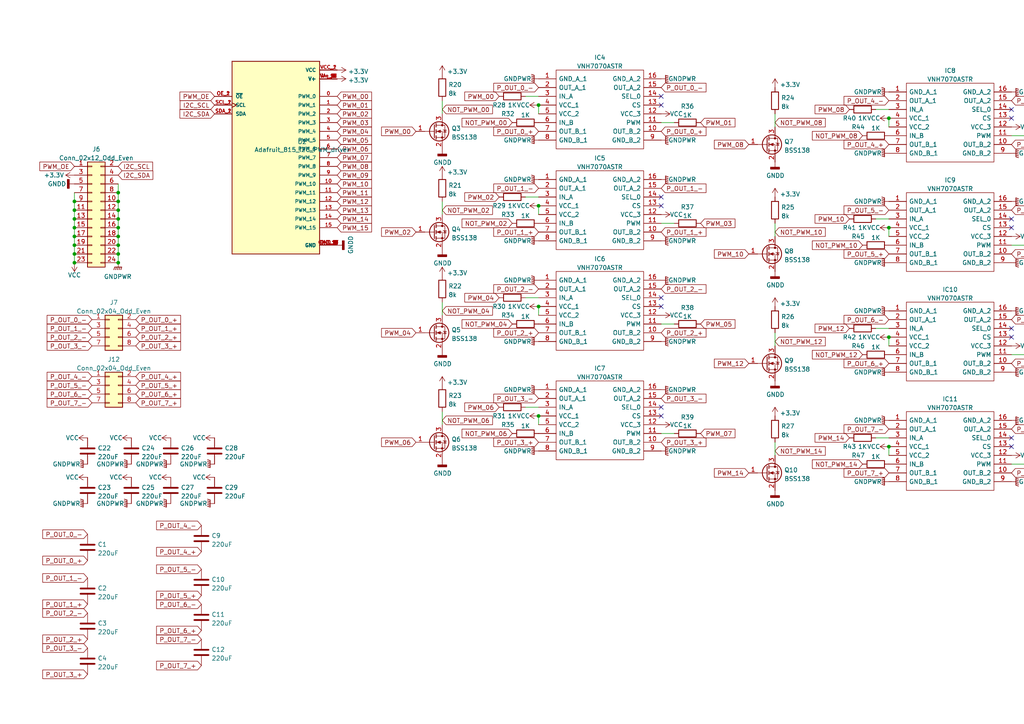
<source format=kicad_sch>
(kicad_sch (version 20230121) (generator eeschema)
  (paper "A4")
  (lib_symbols
    (symbol "Connector_Generic:Conn_02x04_Odd_Even" (pin_names (offset 1.016) hide)
      (property "Reference" "J" (at 1.27 5.08 0))
      (property "Value" "Conn_02x04_Odd_Even" (at 1.27 -7.62 0))
      (symbol "Conn_02x04_Odd_Even_1_1"
        (pin passive line (at -5.08 2.54 0) (length 3.81) (name "Pin_1") (number "1"))
        (pin passive line (at 7.62 2.54 180) (length 3.81) (name "Pin_2") (number "2"))
        (pin passive line (at -5.08 0 0) (length 3.81) (name "Pin_3") (number "3"))
        (pin passive line (at 7.62 0 180) (length 3.81) (name "Pin_4") (number "4"))
        (pin passive line (at -5.08 -2.54 0) (length 3.81) (name "Pin_5") (number "5"))
        (pin passive line (at 7.62 -2.54 180) (length 3.81) (name "Pin_6") (number "6"))
        (pin passive line (at -5.08 -5.08 0) (length 3.81) (name "Pin_7") (number "7"))
        (pin passive line (at 7.62 -5.08 180) (length 3.81) (name "Pin_8") (number "8"))
      )
    )
    (symbol "Connector_Generic:Conn_02x12_Odd_Even" (pin_names (offset 1.016) hide)
      (property "Reference" "J" (at 1.27 15.24 0))
      (property "Value" "Conn_02x12_Odd_Even" (at 1.27 -17.78 0))
      (symbol "Conn_02x12_Odd_Even_1_1"
        (pin passive line (at -5.08 12.7 0) (length 3.81) (name "Pin_1") (number "1"))
        (pin passive line (at 7.62 2.54 180) (length 3.81) (name "Pin_10") (number "10"))
        (pin passive line (at -5.08 0 0) (length 3.81) (name "Pin_11") (number "11"))
        (pin passive line (at 7.62 0 180) (length 3.81) (name "Pin_12") (number "12"))
        (pin passive line (at -5.08 -2.54 0) (length 3.81) (name "Pin_13") (number "13"))
        (pin passive line (at 7.62 -2.54 180) (length 3.81) (name "Pin_14") (number "14"))
        (pin passive line (at -5.08 -5.08 0) (length 3.81) (name "Pin_15") (number "15"))
        (pin passive line (at 7.62 -5.08 180) (length 3.81) (name "Pin_16") (number "16"))
        (pin passive line (at -5.08 -7.62 0) (length 3.81) (name "Pin_17") (number "17"))
        (pin passive line (at 7.62 -7.62 180) (length 3.81) (name "Pin_18") (number "18"))
        (pin passive line (at -5.08 -10.16 0) (length 3.81) (name "Pin_19") (number "19"))
        (pin passive line (at 7.62 12.7 180) (length 3.81) (name "Pin_2") (number "2"))
        (pin passive line (at 7.62 -10.16 180) (length 3.81) (name "Pin_20") (number "20"))
        (pin passive line (at -5.08 -12.7 0) (length 3.81) (name "Pin_21") (number "21"))
        (pin passive line (at 7.62 -12.7 180) (length 3.81) (name "Pin_22") (number "22"))
        (pin passive line (at -5.08 -15.24 0) (length 3.81) (name "Pin_23") (number "23"))
        (pin passive line (at 7.62 -15.24 180) (length 3.81) (name "Pin_24") (number "24"))
        (pin passive line (at -5.08 10.16 0) (length 3.81) (name "Pin_3") (number "3"))
        (pin passive line (at 7.62 10.16 180) (length 3.81) (name "Pin_4") (number "4"))
        (pin passive line (at -5.08 7.62 0) (length 3.81) (name "Pin_5") (number "5"))
        (pin passive line (at 7.62 7.62 180) (length 3.81) (name "Pin_6") (number "6"))
        (pin passive line (at -5.08 5.08 0) (length 3.81) (name "Pin_7") (number "7"))
        (pin passive line (at 7.62 5.08 180) (length 3.81) (name "Pin_8") (number "8"))
        (pin passive line (at -5.08 2.54 0) (length 3.81) (name "Pin_9") (number "9"))
      )
    )
    (symbol "Device:C" (pin_numbers hide) (pin_names (offset 0.254))
      (property "Reference" "C" (at 0.635 2.54 0))
      (property "Value" "C" (at 0.635 -2.54 0))
      (symbol "C_1_1"
        (pin passive line (at 0 3.81 270) (length 2.794) (name "~") (number "1"))
        (pin passive line (at 0 -3.81 90) (length 2.794) (name "~") (number "2"))
      )
    )
    (symbol "Device:R" (pin_numbers hide) (pin_names (offset 0))
      (property "Reference" "R" (at 2.032 0 90))
      (property "Value" "R" (at 0 0 90))
      (symbol "R_1_1"
        (pin passive line (at 0 3.81 270) (length 1.27) (name "~") (number "1"))
        (pin passive line (at 0 -3.81 90) (length 1.27) (name "~") (number "2"))
      )
    )
    (symbol "SCU-rig-control-rescue:815-Arduino" (pin_names (offset 1.016))
      (property "Reference" "U" (at -12.7 28.702 0))
      (property "Value" "815-Arduino" (at -12.7 -30.48 0))
      (symbol "815-Arduino_0_0"
        (pin output line (at 17.78 17.78 180) (length 5.08) (name "PWM_0") (number "0"))
        (pin output line (at 17.78 15.24 180) (length 5.08) (name "PWM_1") (number "1"))
        (pin output line (at 17.78 -7.62 180) (length 5.08) (name "PWM_10") (number "10"))
        (pin output line (at 17.78 -10.16 180) (length 5.08) (name "PWM_11") (number "11"))
        (pin output line (at 17.78 -12.7 180) (length 5.08) (name "PWM_12") (number "12"))
        (pin output line (at 17.78 -15.24 180) (length 5.08) (name "PWM_13") (number "13"))
        (pin output line (at 17.78 -17.78 180) (length 5.08) (name "PWM_14") (number "14"))
        (pin output line (at 17.78 -20.32 180) (length 5.08) (name "PWM_15") (number "15"))
        (pin output line (at 17.78 12.7 180) (length 5.08) (name "PWM_2") (number "2"))
        (pin output line (at 17.78 10.16 180) (length 5.08) (name "PWM_3") (number "3"))
        (pin output line (at 17.78 7.62 180) (length 5.08) (name "PWM_4") (number "4"))
        (pin output line (at 17.78 5.08 180) (length 5.08) (name "PWM_5") (number "5"))
        (pin output line (at 17.78 2.54 180) (length 5.08) (name "PWM_6") (number "6"))
        (pin output line (at 17.78 0 180) (length 5.08) (name "PWM_7") (number "7"))
        (pin output line (at 17.78 -2.54 180) (length 5.08) (name "PWM_8") (number "8"))
        (pin output line (at 17.78 -5.08 180) (length 5.08) (name "PWM_9") (number "9"))
        (pin power_in line (at 17.78 -25.4 180) (length 5.08) (name "GND") (number "GND_1"))
        (pin power_in line (at 17.78 -25.4 180) (length 5.08) (name "GND") (number "GND_10"))
        (pin power_in line (at 17.78 -25.4 180) (length 5.08) (name "GND") (number "GND_11"))
        (pin power_in line (at 17.78 -25.4 180) (length 5.08) (name "GND") (number "GND_12"))
        (pin power_in line (at 17.78 -25.4 180) (length 5.08) (name "GND") (number "GND_13"))
        (pin power_in line (at 17.78 -25.4 180) (length 5.08) (name "GND") (number "GND_14"))
        (pin power_in line (at 17.78 -25.4 180) (length 5.08) (name "GND") (number "GND_15"))
        (pin power_in line (at 17.78 -25.4 180) (length 5.08) (name "GND") (number "GND_16"))
        (pin power_in line (at 17.78 -25.4 180) (length 5.08) (name "GND") (number "GND_17"))
        (pin power_in line (at 17.78 -25.4 180) (length 5.08) (name "GND") (number "GND_18"))
        (pin power_in line (at 17.78 -25.4 180) (length 5.08) (name "GND") (number "GND_2"))
        (pin power_in line (at 17.78 -25.4 180) (length 5.08) (name "GND") (number "GND_3"))
        (pin power_in line (at 17.78 -25.4 180) (length 5.08) (name "GND") (number "GND_4"))
        (pin power_in line (at 17.78 -25.4 180) (length 5.08) (name "GND") (number "GND_5"))
        (pin power_in line (at 17.78 -25.4 180) (length 5.08) (name "GND") (number "GND_6"))
        (pin power_in line (at 17.78 -25.4 180) (length 5.08) (name "GND") (number "GND_7"))
        (pin power_in line (at 17.78 -25.4 180) (length 5.08) (name "GND") (number "GND_8"))
        (pin power_in line (at 17.78 -25.4 180) (length 5.08) (name "GND") (number "GND_9"))
        (pin input line (at -17.78 17.78 0) (length 5.08) (name "~{OE}") (number "OE_1"))
        (pin input line (at -17.78 17.78 0) (length 5.08) (name "~{OE}") (number "OE_2"))
        (pin input clock (at -17.78 15.24 0) (length 5.08) (name "SCL") (number "SCL_1"))
        (pin input clock (at -17.78 15.24 0) (length 5.08) (name "SCL") (number "SCL_2"))
        (pin bidirectional line (at -17.78 12.7 0) (length 5.08) (name "SDA") (number "SDA_1"))
        (pin bidirectional line (at -17.78 12.7 0) (length 5.08) (name "SDA") (number "SDA_2"))
        (pin power_in line (at 17.78 22.86 180) (length 5.08) (name "V+") (number "V+_1"))
        (pin power_in line (at 17.78 22.86 180) (length 5.08) (name "V+") (number "V+_10"))
        (pin power_in line (at 17.78 22.86 180) (length 5.08) (name "V+") (number "V+_11"))
        (pin power_in line (at 17.78 22.86 180) (length 5.08) (name "V+") (number "V+_12"))
        (pin power_in line (at 17.78 22.86 180) (length 5.08) (name "V+") (number "V+_13"))
        (pin power_in line (at 17.78 22.86 180) (length 5.08) (name "V+") (number "V+_14"))
        (pin power_in line (at 17.78 22.86 180) (length 5.08) (name "V+") (number "V+_15"))
        (pin power_in line (at 17.78 22.86 180) (length 5.08) (name "V+") (number "V+_16"))
        (pin power_in line (at 17.78 22.86 180) (length 5.08) (name "V+") (number "V+_17"))
        (pin power_in line (at 17.78 22.86 180) (length 5.08) (name "V+") (number "V+_18"))
        (pin power_in line (at 17.78 22.86 180) (length 5.08) (name "V+") (number "V+_2"))
        (pin power_in line (at 17.78 22.86 180) (length 5.08) (name "V+") (number "V+_3"))
        (pin power_in line (at 17.78 22.86 180) (length 5.08) (name "V+") (number "V+_4"))
        (pin power_in line (at 17.78 22.86 180) (length 5.08) (name "V+") (number "V+_5"))
        (pin power_in line (at 17.78 22.86 180) (length 5.08) (name "V+") (number "V+_6"))
        (pin power_in line (at 17.78 22.86 180) (length 5.08) (name "V+") (number "V+_7"))
        (pin power_in line (at 17.78 22.86 180) (length 5.08) (name "V+") (number "V+_8"))
        (pin power_in line (at 17.78 22.86 180) (length 5.08) (name "V+") (number "V+_9"))
        (pin power_in line (at 17.78 25.4 180) (length 5.08) (name "VCC") (number "VCC_1"))
        (pin power_in line (at 17.78 25.4 180) (length 5.08) (name "VCC") (number "VCC_2"))
      )
    )
    (symbol "SamacSys_Parts:VNH7070ASTR" (pin_names (offset 0.762))
      (property "Reference" "IC" (at 31.75 7.62 0))
      (property "Value" "VNH7070ASTR" (at 31.75 5.08 0))
      (symbol "VNH7070ASTR_0_0"
        (pin passive line (at 0 0 0) (length 5.08) (name "GND_A_1") (number "1"))
        (pin passive line (at 35.56 -15.24 180) (length 5.08) (name "OUT_B_2") (number "10"))
        (pin passive line (at 35.56 -12.7 180) (length 5.08) (name "PWM") (number "11"))
        (pin passive line (at 35.56 -10.16 180) (length 5.08) (name "VCC_3") (number "12"))
        (pin passive line (at 35.56 -7.62 180) (length 5.08) (name "CS") (number "13"))
        (pin passive line (at 35.56 -5.08 180) (length 5.08) (name "SEL_0") (number "14"))
        (pin passive line (at 35.56 -2.54 180) (length 5.08) (name "OUT_A_2") (number "15"))
        (pin passive line (at 35.56 0 180) (length 5.08) (name "GND_A_2") (number "16"))
        (pin passive line (at 0 -2.54 0) (length 5.08) (name "OUT_A_1") (number "2"))
        (pin passive line (at 0 -5.08 0) (length 5.08) (name "IN_A") (number "3"))
        (pin passive line (at 0 -7.62 0) (length 5.08) (name "VCC_1") (number "4"))
        (pin passive line (at 0 -10.16 0) (length 5.08) (name "VCC_2") (number "5"))
        (pin passive line (at 0 -12.7 0) (length 5.08) (name "IN_B") (number "6"))
        (pin passive line (at 0 -15.24 0) (length 5.08) (name "OUT_B_1") (number "7"))
        (pin passive line (at 0 -17.78 0) (length 5.08) (name "GND_B_1") (number "8"))
        (pin passive line (at 35.56 -17.78 180) (length 5.08) (name "GND_B_2") (number "9"))
      )
    )
    (symbol "Transistor_FET:BSS138" (pin_names hide)
      (property "Reference" "Q" (at 5.08 1.905 0))
      (property "Value" "BSS138" (at 5.08 0 0))
      (symbol "BSS138_1_1"
        (pin input line (at -5.08 0 0) (length 2.54) (name "G") (number "1"))
        (pin passive line (at 2.54 -5.08 90) (length 2.54) (name "S") (number "2"))
        (pin passive line (at 2.54 5.08 270) (length 2.54) (name "D") (number "3"))
      )
    )
    (symbol "power:+3.3V" (power) (pin_names (offset 0))
      (property "Value" "+3.3V" (at 0 3.556 0))
      (symbol "+3.3V_1_1"
        (pin power_in line (at 0 0 90) (length 0) hide (name "+3.3V") (number "1"))
      )
    )
    (symbol "power:GNDD" (power) (pin_names (offset 0))
      (property "Value" "GNDD" (at 0 -3.175 0))
      (symbol "GNDD_1_1"
        (pin power_in line (at 0 0 270) (length 0) hide (name "GNDD") (number "1"))
      )
    )
    (symbol "power:GNDPWR" (power) (pin_names (offset 0))
      (property "Value" "GNDPWR" (at 0 -3.302 0))
      (symbol "GNDPWR_1_1"
        (pin power_in line (at 0 0 270) (length 0) hide (name "GNDPWR") (number "1"))
      )
    )
    (symbol "power:VCC" (power) (pin_names (offset 0))
      (property "Value" "VCC" (at 0 3.81 0))
      (symbol "VCC_1_1"
        (pin power_in line (at 0 0 90) (length 0) hide (name "VCC") (number "1"))
      )
    )
  )
  (junction (at 21.59 73.66))
  (junction (at 156.21 59.69))
  (junction (at 156.21 30.48))
  (junction (at 21.59 71.12))
  (junction (at 34.29 73.66))
  (junction (at 34.29 68.58))
  (junction (at 257.81 97.79))
  (junction (at 34.29 66.04))
  (junction (at 21.59 68.58))
  (junction (at 34.29 63.5))
  (junction (at 34.29 55.88))
  (junction (at 257.81 66.04))
  (junction (at 21.59 66.04))
  (junction (at 34.29 71.12))
  (junction (at 156.21 88.9))
  (junction (at 34.29 60.96))
  (junction (at 21.59 58.42))
  (junction (at 257.81 34.29))
  (junction (at 34.29 58.42))
  (junction (at 21.59 63.5))
  (junction (at 156.21 120.65))
  (junction (at 21.59 76.2))
  (junction (at 257.81 129.54))
  (junction (at 21.59 60.96))
  (junction (at 34.29 76.2))
  (no_connect (at 191.77 30.48))
  (no_connect (at 191.77 27.94))
  (no_connect (at 191.77 86.36))
  (no_connect (at 191.77 88.9))
  (no_connect (at 191.77 118.11))
  (no_connect (at 191.77 120.65))
  (no_connect (at 191.77 57.15))
  (no_connect (at 191.77 59.69))
  (no_connect (at 293.37 31.75))
  (no_connect (at 293.37 34.29))
  (no_connect (at 293.37 63.5))
  (no_connect (at 293.37 66.04))
  (no_connect (at 293.37 127))
  (no_connect (at 293.37 129.54))
  (no_connect (at 293.37 95.25))
  (no_connect (at 293.37 97.79))
  (wire (pts (xy 257.81 129.54) (xy 257.81 132.08)))
  (wire (pts (xy 224.79 64.77) (xy 224.79 68.58)))
  (wire (pts (xy 152.4 118.11) (xy 156.21 118.11)))
  (wire (pts (xy 257.81 97.79) (xy 257.81 100.33)))
  (wire (pts (xy 21.59 66.04) (xy 21.59 68.58)))
  (wire (pts (xy 191.77 125.73) (xy 195.58 125.73)))
  (wire (pts (xy 128.27 119.38) (xy 128.27 123.19)))
  (wire (pts (xy 152.4 27.94) (xy 156.21 27.94)))
  (wire (pts (xy 156.21 120.65) (xy 156.21 123.19)))
  (wire (pts (xy 293.37 39.37) (xy 297.18 39.37)))
  (wire (pts (xy 128.27 87.63) (xy 128.27 91.44)))
  (wire (pts (xy 34.29 53.34) (xy 34.29 55.88)))
  (wire (pts (xy 152.4 86.36) (xy 156.21 86.36)))
  (wire (pts (xy 34.29 55.88) (xy 34.29 58.42)))
  (wire (pts (xy 293.37 134.62) (xy 297.18 134.62)))
  (wire (pts (xy 254 127) (xy 257.81 127)))
  (wire (pts (xy 34.29 58.42) (xy 34.29 60.96)))
  (wire (pts (xy 191.77 35.56) (xy 195.58 35.56)))
  (wire (pts (xy 254 63.5) (xy 257.81 63.5)))
  (wire (pts (xy 34.29 66.04) (xy 34.29 68.58)))
  (wire (pts (xy 293.37 71.12) (xy 297.18 71.12)))
  (wire (pts (xy 293.37 102.87) (xy 297.18 102.87)))
  (wire (pts (xy 21.59 58.42) (xy 21.59 60.96)))
  (wire (pts (xy 254 95.25) (xy 257.81 95.25)))
  (wire (pts (xy 34.29 73.66) (xy 34.29 76.2)))
  (wire (pts (xy 21.59 60.96) (xy 21.59 63.5)))
  (wire (pts (xy 21.59 71.12) (xy 21.59 73.66)))
  (wire (pts (xy 191.77 93.98) (xy 195.58 93.98)))
  (wire (pts (xy 156.21 30.48) (xy 156.21 33.02)))
  (wire (pts (xy 224.79 33.02) (xy 224.79 36.83)))
  (wire (pts (xy 128.27 58.42) (xy 128.27 62.23)))
  (wire (pts (xy 21.59 63.5) (xy 21.59 66.04)))
  (wire (pts (xy 21.59 73.66) (xy 21.59 76.2)))
  (wire (pts (xy 21.59 55.88) (xy 21.59 58.42)))
  (wire (pts (xy 21.59 68.58) (xy 21.59 71.12)))
  (wire (pts (xy 254 31.75) (xy 257.81 31.75)))
  (wire (pts (xy 156.21 59.69) (xy 156.21 62.23)))
  (wire (pts (xy 156.21 88.9) (xy 156.21 91.44)))
  (wire (pts (xy 34.29 71.12) (xy 34.29 73.66)))
  (wire (pts (xy 191.77 64.77) (xy 195.58 64.77)))
  (wire (pts (xy 152.4 57.15) (xy 156.21 57.15)))
  (wire (pts (xy 257.81 34.29) (xy 257.81 36.83)))
  (wire (pts (xy 34.29 63.5) (xy 34.29 66.04)))
  (wire (pts (xy 224.79 128.27) (xy 224.79 132.08)))
  (wire (pts (xy 34.29 68.58) (xy 34.29 71.12)))
  (wire (pts (xy 257.81 66.04) (xy 257.81 68.58)))
  (wire (pts (xy 224.79 96.52) (xy 224.79 100.33)))
  (wire (pts (xy 128.27 29.21) (xy 128.27 33.02)))
  (wire (pts (xy 34.29 60.96) (xy 34.29 63.5)))
  (global_label "PWM_11" (shape input) (at 304.8 71.12 0) (property "Intersheetrefs" "${INTERSHEET_REFS}" (effects hide)))
  (global_label "NOT_PWM_14" (shape input) (at 250.19 134.62 180) (property "Intersheetrefs" "${INTERSHEET_REFS}" (effects hide)))
  (global_label "P_OUT_1_+" (shape input) (at 39.37 95.25 0) (property "Intersheetrefs" "${INTERSHEET_REFS}" (effects hide)))
  (global_label "PWM_14" (shape input) (at 97.79 63.5 0) (property "Intersheetrefs" "${INTERSHEET_REFS}" (effects hide)))
  (global_label "P_OUT_4_-" (shape input) (at 58.42 152.4 180) (property "Intersheetrefs" "${INTERSHEET_REFS}" (effects hide)))
  (global_label "P_OUT_7_+" (shape input) (at 39.37 116.84 0) (property "Intersheetrefs" "${INTERSHEET_REFS}" (effects hide)))
  (global_label "NOT_PWM_08" (shape input) (at 250.19 39.37 180) (property "Intersheetrefs" "${INTERSHEET_REFS}" (effects hide)))
  (global_label "PWM_00" (shape input) (at 144.78 27.94 180) (property "Intersheetrefs" "${INTERSHEET_REFS}" (effects hide)))
  (global_label "P_OUT_6_+" (shape input) (at 293.37 105.41 0) (property "Intersheetrefs" "${INTERSHEET_REFS}" (effects hide)))
  (global_label "P_OUT_5_-" (shape input) (at 257.81 60.96 180) (property "Intersheetrefs" "${INTERSHEET_REFS}" (effects hide)))
  (global_label "P_OUT_1_+" (shape input) (at 156.21 67.31 180) (property "Intersheetrefs" "${INTERSHEET_REFS}" (effects hide)))
  (global_label "PWM_OE" (shape input) (at 62.23 27.94 180) (property "Intersheetrefs" "${INTERSHEET_REFS}" (effects hide)))
  (global_label "P_OUT_1_+" (shape input) (at 25.4 175.26 180) (property "Intersheetrefs" "${INTERSHEET_REFS}" (effects hide)))
  (global_label "P_OUT_0_+" (shape input) (at 39.37 92.71 0) (property "Intersheetrefs" "${INTERSHEET_REFS}" (effects hide)))
  (global_label "P_OUT_4_+" (shape input) (at 293.37 41.91 0) (property "Intersheetrefs" "${INTERSHEET_REFS}" (effects hide)))
  (global_label "P_OUT_2_+" (shape input) (at 156.21 96.52 180) (property "Intersheetrefs" "${INTERSHEET_REFS}" (effects hide)))
  (global_label "NOT_PWM_00" (shape input) (at 148.59 35.56 180) (property "Intersheetrefs" "${INTERSHEET_REFS}" (effects hide)))
  (global_label "P_OUT_6_-" (shape input) (at 58.42 175.26 180) (property "Intersheetrefs" "${INTERSHEET_REFS}" (effects hide)))
  (global_label "P_OUT_1_+" (shape input) (at 191.77 67.31 0) (property "Intersheetrefs" "${INTERSHEET_REFS}" (effects hide)))
  (global_label "PWM_10" (shape input) (at 246.38 63.5 180) (property "Intersheetrefs" "${INTERSHEET_REFS}" (effects hide)))
  (global_label "PWM_07" (shape input) (at 203.2 125.73 0) (property "Intersheetrefs" "${INTERSHEET_REFS}" (effects hide)))
  (global_label "PWM_12" (shape input) (at 246.38 95.25 180) (property "Intersheetrefs" "${INTERSHEET_REFS}" (effects hide)))
  (global_label "P_OUT_0_+" (shape input) (at 156.21 38.1 180) (property "Intersheetrefs" "${INTERSHEET_REFS}" (effects hide)))
  (global_label "NOT_PWM_12" (shape input) (at 250.19 102.87 180) (property "Intersheetrefs" "${INTERSHEET_REFS}" (effects hide)))
  (global_label "PWM_07" (shape input) (at 97.79 45.72 0) (property "Intersheetrefs" "${INTERSHEET_REFS}" (effects hide)))
  (global_label "PWM_04" (shape input) (at 120.65 96.52 180) (property "Intersheetrefs" "${INTERSHEET_REFS}" (effects hide)))
  (global_label "P_OUT_3_-" (shape input) (at 25.4 187.96 180) (property "Intersheetrefs" "${INTERSHEET_REFS}" (effects hide)))
  (global_label "PWM_09" (shape input) (at 304.8 39.37 0) (property "Intersheetrefs" "${INTERSHEET_REFS}" (effects hide)))
  (global_label "P_OUT_5_-" (shape input) (at 293.37 60.96 0) (property "Intersheetrefs" "${INTERSHEET_REFS}" (effects hide)))
  (global_label "PWM_05" (shape input) (at 97.79 40.64 0) (property "Intersheetrefs" "${INTERSHEET_REFS}" (effects hide)))
  (global_label "P_OUT_7_-" (shape input) (at 58.42 185.42 180) (property "Intersheetrefs" "${INTERSHEET_REFS}" (effects hide)))
  (global_label "PWM_06" (shape input) (at 97.79 43.18 0) (property "Intersheetrefs" "${INTERSHEET_REFS}" (effects hide)))
  (global_label "P_OUT_1_-" (shape input) (at 26.67 95.25 180) (property "Intersheetrefs" "${INTERSHEET_REFS}" (effects hide)))
  (global_label "P_OUT_7_+" (shape input) (at 293.37 137.16 0) (property "Intersheetrefs" "${INTERSHEET_REFS}" (effects hide)))
  (global_label "P_OUT_6_+" (shape input) (at 58.42 182.88 180) (property "Intersheetrefs" "${INTERSHEET_REFS}" (effects hide)))
  (global_label "P_OUT_6_-" (shape input) (at 293.37 92.71 0) (property "Intersheetrefs" "${INTERSHEET_REFS}" (effects hide)))
  (global_label "PWM_15" (shape input) (at 97.79 66.04 0) (property "Intersheetrefs" "${INTERSHEET_REFS}" (effects hide)))
  (global_label "PWM_09" (shape input) (at 97.79 50.8 0) (property "Intersheetrefs" "${INTERSHEET_REFS}" (effects hide)))
  (global_label "PWM_08" (shape input) (at 217.17 41.91 180) (property "Intersheetrefs" "${INTERSHEET_REFS}" (effects hide)))
  (global_label "PWM_02" (shape input) (at 97.79 33.02 0) (property "Intersheetrefs" "${INTERSHEET_REFS}" (effects hide)))
  (global_label "PWM_04" (shape input) (at 97.79 38.1 0) (property "Intersheetrefs" "${INTERSHEET_REFS}" (effects hide)))
  (global_label "P_OUT_6_+" (shape input) (at 257.81 105.41 180) (property "Intersheetrefs" "${INTERSHEET_REFS}" (effects hide)))
  (global_label "P_OUT_3_+" (shape input) (at 156.21 128.27 180) (property "Intersheetrefs" "${INTERSHEET_REFS}" (effects hide)))
  (global_label "PWM_06" (shape input) (at 120.65 128.27 180) (property "Intersheetrefs" "${INTERSHEET_REFS}" (effects hide)))
  (global_label "PWM_08" (shape input) (at 246.38 31.75 180) (property "Intersheetrefs" "${INTERSHEET_REFS}" (effects hide)))
  (global_label "P_OUT_5_+" (shape input) (at 293.37 73.66 0) (property "Intersheetrefs" "${INTERSHEET_REFS}" (effects hide)))
  (global_label "P_OUT_5_+" (shape input) (at 39.37 111.76 0) (property "Intersheetrefs" "${INTERSHEET_REFS}" (effects hide)))
  (global_label "PWM_08" (shape input) (at 97.79 48.26 0) (property "Intersheetrefs" "${INTERSHEET_REFS}" (effects hide)))
  (global_label "P_OUT_1_-" (shape input) (at 191.77 54.61 0) (property "Intersheetrefs" "${INTERSHEET_REFS}" (effects hide)))
  (global_label "PWM_00" (shape input) (at 97.79 27.94 0) (property "Intersheetrefs" "${INTERSHEET_REFS}" (effects hide)))
  (global_label "PWM_14" (shape input) (at 246.38 127 180) (property "Intersheetrefs" "${INTERSHEET_REFS}" (effects hide)))
  (global_label "P_OUT_7_+" (shape input) (at 58.42 193.04 180) (property "Intersheetrefs" "${INTERSHEET_REFS}" (effects hide)))
  (global_label "P_OUT_0_-" (shape input) (at 25.4 154.94 180) (property "Intersheetrefs" "${INTERSHEET_REFS}" (effects hide)))
  (global_label "P_OUT_6_-" (shape input) (at 26.67 114.3 180) (property "Intersheetrefs" "${INTERSHEET_REFS}" (effects hide)))
  (global_label "P_OUT_3_-" (shape input) (at 156.21 115.57 180) (property "Intersheetrefs" "${INTERSHEET_REFS}" (effects hide)))
  (global_label "NOT_PWM_10" (shape input) (at 250.19 71.12 180) (property "Intersheetrefs" "${INTERSHEET_REFS}" (effects hide)))
  (global_label "P_OUT_3_-" (shape input) (at 191.77 115.57 0) (property "Intersheetrefs" "${INTERSHEET_REFS}" (effects hide)))
  (global_label "PWM_13" (shape input) (at 97.79 60.96 0) (property "Intersheetrefs" "${INTERSHEET_REFS}" (effects hide)))
  (global_label "PWM_01" (shape input) (at 97.79 30.48 0) (property "Intersheetrefs" "${INTERSHEET_REFS}" (effects hide)))
  (global_label "P_OUT_4_+" (shape input) (at 257.81 41.91 180) (property "Intersheetrefs" "${INTERSHEET_REFS}" (effects hide)))
  (global_label "P_OUT_0_-" (shape input) (at 26.67 92.71 180) (property "Intersheetrefs" "${INTERSHEET_REFS}" (effects hide)))
  (global_label "NOT_PWM_14" (shape input) (at 224.79 130.81 0) (property "Intersheetrefs" "${INTERSHEET_REFS}" (effects hide)))
  (global_label "PWM_05" (shape input) (at 203.2 93.98 0) (property "Intersheetrefs" "${INTERSHEET_REFS}" (effects hide)))
  (global_label "P_OUT_5_-" (shape input) (at 26.67 111.76 180) (property "Intersheetrefs" "${INTERSHEET_REFS}" (effects hide)))
  (global_label "P_OUT_3_+" (shape input) (at 25.4 195.58 180) (property "Intersheetrefs" "${INTERSHEET_REFS}" (effects hide)))
  (global_label "NOT_PWM_00" (shape input) (at 128.27 31.75 0) (property "Intersheetrefs" "${INTERSHEET_REFS}" (effects hide)))
  (global_label "P_OUT_3_+" (shape input) (at 39.37 100.33 0) (property "Intersheetrefs" "${INTERSHEET_REFS}" (effects hide)))
  (global_label "P_OUT_2_-" (shape input) (at 26.67 97.79 180) (property "Intersheetrefs" "${INTERSHEET_REFS}" (effects hide)))
  (global_label "P_OUT_3_+" (shape input) (at 191.77 128.27 0) (property "Intersheetrefs" "${INTERSHEET_REFS}" (effects hide)))
  (global_label "P_OUT_4_-" (shape input) (at 257.81 29.21 180) (property "Intersheetrefs" "${INTERSHEET_REFS}" (effects hide)))
  (global_label "PWM_04" (shape input) (at 144.78 86.36 180) (property "Intersheetrefs" "${INTERSHEET_REFS}" (effects hide)))
  (global_label "P_OUT_5_+" (shape input) (at 257.81 73.66 180) (property "Intersheetrefs" "${INTERSHEET_REFS}" (effects hide)))
  (global_label "P_OUT_4_-" (shape input) (at 26.67 109.22 180) (property "Intersheetrefs" "${INTERSHEET_REFS}" (effects hide)))
  (global_label "P_OUT_7_-" (shape input) (at 26.67 116.84 180) (property "Intersheetrefs" "${INTERSHEET_REFS}" (effects hide)))
  (global_label "P_OUT_0_-" (shape input) (at 156.21 25.4 180) (property "Intersheetrefs" "${INTERSHEET_REFS}" (effects hide)))
  (global_label "P_OUT_4_-" (shape input) (at 293.37 29.21 0) (property "Intersheetrefs" "${INTERSHEET_REFS}" (effects hide)))
  (global_label "PWM_13" (shape input) (at 304.8 102.87 0) (property "Intersheetrefs" "${INTERSHEET_REFS}" (effects hide)))
  (global_label "P_OUT_5_-" (shape input) (at 58.42 165.1 180) (property "Intersheetrefs" "${INTERSHEET_REFS}" (effects hide)))
  (global_label "P_OUT_2_+" (shape input) (at 191.77 96.52 0) (property "Intersheetrefs" "${INTERSHEET_REFS}" (effects hide)))
  (global_label "P_OUT_5_+" (shape input) (at 58.42 172.72 180) (property "Intersheetrefs" "${INTERSHEET_REFS}" (effects hide)))
  (global_label "PWM_12" (shape input) (at 217.17 105.41 180) (property "Intersheetrefs" "${INTERSHEET_REFS}" (effects hide)))
  (global_label "PWM_02" (shape input) (at 120.65 67.31 180) (property "Intersheetrefs" "${INTERSHEET_REFS}" (effects hide)))
  (global_label "NOT_PWM_04" (shape input) (at 148.59 93.98 180) (property "Intersheetrefs" "${INTERSHEET_REFS}" (effects hide)))
  (global_label "P_OUT_1_-" (shape input) (at 156.21 54.61 180) (property "Intersheetrefs" "${INTERSHEET_REFS}" (effects hide)))
  (global_label "PWM_11" (shape input) (at 97.79 55.88 0) (property "Intersheetrefs" "${INTERSHEET_REFS}" (effects hide)))
  (global_label "NOT_PWM_12" (shape input) (at 224.79 99.06 0) (property "Intersheetrefs" "${INTERSHEET_REFS}" (effects hide)))
  (global_label "P_OUT_6_-" (shape input) (at 257.81 92.71 180) (property "Intersheetrefs" "${INTERSHEET_REFS}" (effects hide)))
  (global_label "P_OUT_4_+" (shape input) (at 39.37 109.22 0) (property "Intersheetrefs" "${INTERSHEET_REFS}" (effects hide)))
  (global_label "NOT_PWM_10" (shape input) (at 224.79 67.31 0) (property "Intersheetrefs" "${INTERSHEET_REFS}" (effects hide)))
  (global_label "PWM_01" (shape input) (at 203.2 35.56 0) (property "Intersheetrefs" "${INTERSHEET_REFS}" (effects hide)))
  (global_label "P_OUT_3_-" (shape input) (at 26.67 100.33 180) (property "Intersheetrefs" "${INTERSHEET_REFS}" (effects hide)))
  (global_label "P_OUT_2_-" (shape input) (at 191.77 83.82 0) (property "Intersheetrefs" "${INTERSHEET_REFS}" (effects hide)))
  (global_label "P_OUT_0_+" (shape input) (at 191.77 38.1 0) (property "Intersheetrefs" "${INTERSHEET_REFS}" (effects hide)))
  (global_label "P_OUT_1_-" (shape input) (at 25.4 167.64 180) (property "Intersheetrefs" "${INTERSHEET_REFS}" (effects hide)))
  (global_label "P_OUT_7_-" (shape input) (at 257.81 124.46 180) (property "Intersheetrefs" "${INTERSHEET_REFS}" (effects hide)))
  (global_label "PWM_00" (shape input) (at 120.65 38.1 180) (property "Intersheetrefs" "${INTERSHEET_REFS}" (effects hide)))
  (global_label "NOT_PWM_08" (shape input) (at 224.79 35.56 0) (property "Intersheetrefs" "${INTERSHEET_REFS}" (effects hide)))
  (global_label "P_OUT_0_-" (shape input) (at 191.77 25.4 0) (property "Intersheetrefs" "${INTERSHEET_REFS}" (effects hide)))
  (global_label "NOT_PWM_02" (shape input) (at 128.27 60.96 0) (property "Intersheetrefs" "${INTERSHEET_REFS}" (effects hide)))
  (global_label "P_OUT_7_+" (shape input) (at 257.81 137.16 180) (property "Intersheetrefs" "${INTERSHEET_REFS}" (effects hide)))
  (global_label "P_OUT_2_+" (shape input) (at 25.4 185.42 180) (property "Intersheetrefs" "${INTERSHEET_REFS}" (effects hide)))
  (global_label "PWM_06" (shape input) (at 144.78 118.11 180) (property "Intersheetrefs" "${INTERSHEET_REFS}" (effects hide)))
  (global_label "PWM_15" (shape input) (at 304.8 134.62 0) (property "Intersheetrefs" "${INTERSHEET_REFS}" (effects hide)))
  (global_label "I2C_SDA" (shape input) (at 62.23 33.02 180) (property "Intersheetrefs" "${INTERSHEET_REFS}" (effects hide)))
  (global_label "I2C_SDA" (shape input) (at 34.29 50.8 0) (property "Intersheetrefs" "${INTERSHEET_REFS}" (effects hide)))
  (global_label "NOT_PWM_04" (shape input) (at 128.27 90.17 0) (property "Intersheetrefs" "${INTERSHEET_REFS}" (effects hide)))
  (global_label "I2C_SCL" (shape input) (at 62.23 30.48 180) (property "Intersheetrefs" "${INTERSHEET_REFS}" (effects hide)))
  (global_label "P_OUT_2_-" (shape input) (at 25.4 177.8 180) (property "Intersheetrefs" "${INTERSHEET_REFS}" (effects hide)))
  (global_label "P_OUT_2_-" (shape input) (at 156.21 83.82 180) (property "Intersheetrefs" "${INTERSHEET_REFS}" (effects hide)))
  (global_label "PWM_OE" (shape input) (at 21.59 48.26 180) (property "Intersheetrefs" "${INTERSHEET_REFS}" (effects hide)))
  (global_label "NOT_PWM_02" (shape input) (at 148.59 64.77 180) (property "Intersheetrefs" "${INTERSHEET_REFS}" (effects hide)))
  (global_label "P_OUT_6_+" (shape input) (at 39.37 114.3 0) (property "Intersheetrefs" "${INTERSHEET_REFS}" (effects hide)))
  (global_label "PWM_03" (shape input) (at 203.2 64.77 0) (property "Intersheetrefs" "${INTERSHEET_REFS}" (effects hide)))
  (global_label "PWM_10" (shape input) (at 97.79 53.34 0) (property "Intersheetrefs" "${INTERSHEET_REFS}" (effects hide)))
  (global_label "PWM_10" (shape input) (at 217.17 73.66 180) (property "Intersheetrefs" "${INTERSHEET_REFS}" (effects hide)))
  (global_label "PWM_03" (shape input) (at 97.79 35.56 0) (property "Intersheetrefs" "${INTERSHEET_REFS}" (effects hide)))
  (global_label "P_OUT_4_+" (shape input) (at 58.42 160.02 180) (property "Intersheetrefs" "${INTERSHEET_REFS}" (effects hide)))
  (global_label "P_OUT_0_+" (shape input) (at 25.4 162.56 180) (property "Intersheetrefs" "${INTERSHEET_REFS}" (effects hide)))
  (global_label "P_OUT_7_-" (shape input) (at 293.37 124.46 0) (property "Intersheetrefs" "${INTERSHEET_REFS}" (effects hide)))
  (global_label "NOT_PWM_06" (shape input) (at 128.27 121.92 0) (property "Intersheetrefs" "${INTERSHEET_REFS}" (effects hide)))
  (global_label "PWM_12" (shape input) (at 97.79 58.42 0) (property "Intersheetrefs" "${INTERSHEET_REFS}" (effects hide)))
  (global_label "P_OUT_2_+" (shape input) (at 39.37 97.79 0) (property "Intersheetrefs" "${INTERSHEET_REFS}" (effects hide)))
  (global_label "PWM_02" (shape input) (at 144.78 57.15 180) (property "Intersheetrefs" "${INTERSHEET_REFS}" (effects hide)))
  (global_label "NOT_PWM_06" (shape input) (at 148.59 125.73 180) (property "Intersheetrefs" "${INTERSHEET_REFS}" (effects hide)))
  (global_label "I2C_SCL" (shape input) (at 34.29 48.26 0) (property "Intersheetrefs" "${INTERSHEET_REFS}" (effects hide)))
  (global_label "PWM_14" (shape input) (at 217.17 137.16 180) (property "Intersheetrefs" "${INTERSHEET_REFS}" (effects hide)))
  (symbol (lib_id "Transistor_FET:BSS138") (at 222.25 73.66 0) (unit 1)
    (property "Reference" "Q8" (at 227.457 72.8253 0) (effects (justify left)))
    (property "Value" "BSS138" (at 227.457 75.3622 0) (effects (justify left)))
    (property "Footprint" "Package_TO_SOT_SMD:SOT-23" (effects hide))
    (property "Datasheet" "https://www.onsemi.com/pub/Collateral/BSS138-D.PDF" (effects hide))
  )
  (symbol (lib_id "Device:R") (at 300.99 102.87 90) (unit 1)
    (property "Reference" "R50" (at 300.99 98.1542 90))
    (property "Value" "1K" (at 300.99 100.6911 90))
    (property "Footprint" "Resistor_SMD:R_0603_1608Metric_Pad0.98x0.95mm_HandSolder" (effects hide))
  )
  (symbol (lib_id "Device:R") (at 199.39 125.73 90) (unit 1)
    (property "Reference" "R39" (at 199.39 121.0142 90))
    (property "Value" "1K" (at 199.39 123.5511 90))
    (property "Footprint" "Resistor_SMD:R_0603_1608Metric_Pad0.98x0.95mm_HandSolder" (effects hide))
  )
  (symbol (lib_id "SamacSys_Parts:VNH7070ASTR") (at 257.81 121.92 0) (unit 1)
    (property "Reference" "IC11" (at 275.59 115.731 0))
    (property "Value" "VNH7070ASTR" (at 275.59 118.2679 0))
    (property "Footprint" "SamacSys_Parts:SOIC127P600X175-16N-layout" (effects hide))
    (property "Datasheet" "http://www.st.com/content/ccc/resource/technical/document/datasheet/08/97/0a/0c/cf/4b/41/40/DM00213876.pdf/files/DM00213876.pdf/jcr:content/translations/en.DM00213876.pdf" (effects hide))
    (property "Description" "Motor / Motion / Ignition Controllers & Drivers" (effects hide))
    (property "Height" "1.75" (effects hide))
    (property "Mouser Part Number" "511-VNH7070ASTR" (effects hide))
    (property "Mouser Price/Stock" "https://www.mouser.co.uk/ProductDetail/STMicroelectronics/VNH7070ASTR?qs=mKNKSX85ZJe3m6X6ucY7IA%3D%3D" (effects hide))
    (property "Manufacturer_Name" "STMicroelectronics" (effects hide))
    (property "Manufacturer_Part_Number" "VNH7070ASTR" (effects hide))
  )
  (symbol (lib_id "power:GNDPWR") (at 156.21 69.85 270) (unit 1)
    (property "Reference" "#PWR0208" (effects hide))
    (property "Value" "GNDPWR" (at 146.05 69.85 90) (effects (justify left)))
  )
  (symbol (lib_id "Device:R") (at 199.39 35.56 90) (unit 1)
    (property "Reference" "R36" (at 199.39 30.8442 90))
    (property "Value" "1K" (at 199.39 33.3811 90))
    (property "Footprint" "Resistor_SMD:R_0603_1608Metric_Pad0.98x0.95mm_HandSolder" (effects hide))
  )
  (symbol (lib_id "Device:R") (at 152.4 93.98 90) (unit 1)
    (property "Reference" "R34" (at 147.32 91.44 90))
    (property "Value" "1K" (at 152.4 91.8011 90))
    (property "Footprint" "Resistor_SMD:R_0603_1608Metric_Pad0.98x0.95mm_HandSolder" (effects hide))
  )
  (symbol (lib_id "power:GNDPWR") (at 191.77 40.64 90) (unit 1)
    (property "Reference" "#PWR0157" (effects hide))
    (property "Value" "GNDPWR" (at 201.93 40.64 90) (effects (justify left)))
  )
  (symbol (lib_id "Device:R") (at 254 102.87 90) (unit 1)
    (property "Reference" "R46" (at 248.92 100.33 90))
    (property "Value" "1K" (at 254 100.6911 90))
    (property "Footprint" "Resistor_SMD:R_0603_1608Metric_Pad0.98x0.95mm_HandSolder" (effects hide))
  )
  (symbol (lib_id "Device:R") (at 300.99 134.62 90) (unit 1)
    (property "Reference" "R51" (at 300.99 129.9042 90))
    (property "Value" "1K" (at 300.99 132.4411 90))
    (property "Footprint" "Resistor_SMD:R_0603_1608Metric_Pad0.98x0.95mm_HandSolder" (effects hide))
  )
  (symbol (lib_id "Device:R") (at 148.59 118.11 90) (unit 1)
    (property "Reference" "R31" (at 144.78 120.65 90))
    (property "Value" "1K" (at 148.59 120.65 90))
    (property "Footprint" "Resistor_SMD:R_0603_1608Metric_Pad0.98x0.95mm_HandSolder" (effects hide))
  )
  (symbol (lib_id "Device:C") (at 58.42 179.07 0) (unit 1)
    (property "Reference" "C11" (at 61.341 178.2353 0) (effects (justify left)))
    (property "Value" "220uF" (at 61.341 180.7722 0) (effects (justify left)))
    (property "Footprint" "Capacitor_THT:CP_Radial_D5.0mm_P2.50mm" (effects hide))
  )
  (symbol (lib_id "Device:R") (at 152.4 35.56 90) (unit 1)
    (property "Reference" "R32" (at 147.32 33.02 90))
    (property "Value" "1K" (at 152.4 33.3811 90))
    (property "Footprint" "Resistor_SMD:R_0603_1608Metric_Pad0.98x0.95mm_HandSolder" (effects hide))
  )
  (symbol (lib_id "power:GNDD") (at 21.59 53.34 270) (unit 1)
    (property "Reference" "#PWR0199" (effects hide))
    (property "Value" "GNDD" (at 16.51 53.34 90))
  )
  (symbol (lib_id "Connector_Generic:Conn_02x12_Odd_Even") (at 26.67 60.96 0) (unit 1)
    (property "Reference" "J6" (at 27.94 43.2902 0))
    (property "Value" "Conn_02x12_Odd_Even" (at 27.94 45.8271 0))
    (property "Footprint" "SamacSys_Parts:TE-5530843-1-2x12_edge_connector" (effects hide))
  )
  (symbol (lib_id "Device:R") (at 128.27 115.57 180) (unit 1)
    (property "Reference" "R23" (at 130.048 114.7353 0) (effects (justify right)))
    (property "Value" "8k" (at 130.048 117.2722 0) (effects (justify right)))
    (property "Footprint" "Resistor_SMD:R_0603_1608Metric_Pad0.98x0.95mm_HandSolder" (effects hide))
  )
  (symbol (lib_id "Transistor_FET:BSS138") (at 125.73 38.1 0) (unit 1)
    (property "Reference" "Q3" (at 130.937 37.2653 0) (effects (justify left)))
    (property "Value" "BSS138" (at 130.937 39.8022 0) (effects (justify left)))
    (property "Footprint" "Package_TO_SOT_SMD:SOT-23" (effects hide))
    (property "Datasheet" "https://www.onsemi.com/pub/Collateral/BSS138-D.PDF" (effects hide))
  )
  (symbol (lib_id "power:VCC") (at 62.23 138.43 90) (unit 1)
    (property "Reference" "#PWR0218" (effects hide))
    (property "Value" "VCC" (at 55.88 138.43 90) (effects (justify right)))
  )
  (symbol (lib_id "Device:C") (at 58.42 156.21 0) (unit 1)
    (property "Reference" "C9" (at 61.341 155.3753 0) (effects (justify left)))
    (property "Value" "220uF" (at 61.341 157.9122 0) (effects (justify left)))
    (property "Footprint" "Capacitor_THT:CP_Radial_D5.0mm_P2.50mm" (effects hide))
  )
  (symbol (lib_id "power:GNDD") (at 128.27 72.39 0) (unit 1)
    (property "Reference" "#PWR0211" (effects hide))
    (property "Value" "GNDD" (at 128.3716 76.327 0))
  )
  (symbol (lib_id "power:GNDPWR") (at 25.4 146.05 270) (unit 1)
    (property "Reference" "#PWR0223" (effects hide))
    (property "Value" "GNDPWR" (at 15.24 146.05 90) (effects (justify left)))
  )
  (symbol (lib_id "Device:C") (at 25.4 158.75 0) (unit 1)
    (property "Reference" "C1" (at 28.321 157.9153 0) (effects (justify left)))
    (property "Value" "220uF" (at 28.321 160.4522 0) (effects (justify left)))
    (property "Footprint" "Capacitor_THT:CP_Radial_D5.0mm_P2.50mm" (effects hide))
  )
  (symbol (lib_id "power:GNDD") (at 128.27 101.6 0) (unit 1)
    (property "Reference" "#PWR0193" (effects hide))
    (property "Value" "GNDD" (at 128.3716 105.537 0))
  )
  (symbol (lib_id "power:GNDD") (at 224.79 78.74 0) (unit 1)
    (property "Reference" "#PWR0179" (effects hide))
    (property "Value" "GNDD" (at 224.8916 82.677 0))
  )
  (symbol (lib_id "power:VCC") (at 25.4 127 90) (unit 1)
    (property "Reference" "#PWR0220" (effects hide))
    (property "Value" "VCC" (at 19.05 127 90) (effects (justify right)))
  )
  (symbol (lib_id "power:GNDPWR") (at 49.53 146.05 270) (unit 1)
    (property "Reference" "#PWR0155" (effects hide))
    (property "Value" "GNDPWR" (at 39.37 146.05 90) (effects (justify left)))
  )
  (symbol (lib_id "power:+3.3V") (at 224.79 88.9 0) (unit 1)
    (property "Reference" "#PWR0177" (effects hide))
    (property "Value" "+3.3V" (at 226.187 88.0638 0) (effects (justify left)))
  )
  (symbol (lib_id "Transistor_FET:BSS138") (at 125.73 96.52 0) (unit 1)
    (property "Reference" "Q5" (at 130.937 95.6853 0) (effects (justify left)))
    (property "Value" "BSS138" (at 130.937 98.2222 0) (effects (justify left)))
    (property "Footprint" "Package_TO_SOT_SMD:SOT-23" (effects hide))
    (property "Datasheet" "https://www.onsemi.com/pub/Collateral/BSS138-D.PDF" (effects hide))
  )
  (symbol (lib_id "Transistor_FET:BSS138") (at 222.25 41.91 0) (unit 1)
    (property "Reference" "Q7" (at 227.457 41.0753 0) (effects (justify left)))
    (property "Value" "BSS138" (at 227.457 43.6122 0) (effects (justify left)))
    (property "Footprint" "Package_TO_SOT_SMD:SOT-23" (effects hide))
    (property "Datasheet" "https://www.onsemi.com/pub/Collateral/BSS138-D.PDF" (effects hide))
  )
  (symbol (lib_id "power:GNDPWR") (at 156.21 113.03 270) (unit 1)
    (property "Reference" "#PWR0187" (effects hide))
    (property "Value" "GNDPWR" (at 146.05 113.03 90) (effects (justify left)))
  )
  (symbol (lib_id "power:+3.3V") (at 97.79 22.86 270) (unit 1)
    (property "Reference" "#PWR0197" (effects hide))
    (property "Value" "+3.3V" (at 100.965 23.2938 90) (effects (justify left)))
  )
  (symbol (lib_id "Device:R") (at 224.79 92.71 180) (unit 1)
    (property "Reference" "R26" (at 226.568 91.8753 0) (effects (justify right)))
    (property "Value" "8k" (at 226.568 94.4122 0) (effects (justify right)))
    (property "Footprint" "Resistor_SMD:R_0603_1608Metric_Pad0.98x0.95mm_HandSolder" (effects hide))
  )
  (symbol (lib_id "power:GNDPWR") (at 293.37 139.7 90) (unit 1)
    (property "Reference" "#PWR0106" (effects hide))
    (property "Value" "GNDPWR" (at 303.53 139.7 90) (effects (justify left)))
  )
  (symbol (lib_id "power:+3.3V") (at 128.27 50.8 0) (unit 1)
    (property "Reference" "#PWR0202" (effects hide))
    (property "Value" "+3.3V" (at 129.667 49.9638 0) (effects (justify left)))
  )
  (symbol (lib_id "power:GNDPWR") (at 191.77 52.07 90) (unit 1)
    (property "Reference" "#PWR0159" (effects hide))
    (property "Value" "GNDPWR" (at 201.93 52.07 90) (effects (justify left)))
  )
  (symbol (lib_id "SamacSys_Parts:VNH7070ASTR") (at 156.21 81.28 0) (unit 1)
    (property "Reference" "IC6" (at 173.99 75.091 0))
    (property "Value" "VNH7070ASTR" (at 173.99 77.6279 0))
    (property "Footprint" "SamacSys_Parts:SOIC127P600X175-16N-layout" (effects hide))
    (property "Datasheet" "http://www.st.com/content/ccc/resource/technical/document/datasheet/08/97/0a/0c/cf/4b/41/40/DM00213876.pdf/files/DM00213876.pdf/jcr:content/translations/en.DM00213876.pdf" (effects hide))
    (property "Description" "Motor / Motion / Ignition Controllers & Drivers" (effects hide))
    (property "Height" "1.75" (effects hide))
    (property "Mouser Part Number" "511-VNH7070ASTR" (effects hide))
    (property "Mouser Price/Stock" "https://www.mouser.co.uk/ProductDetail/STMicroelectronics/VNH7070ASTR?qs=mKNKSX85ZJe3m6X6ucY7IA%3D%3D" (effects hide))
    (property "Manufacturer_Name" "STMicroelectronics" (effects hide))
    (property "Manufacturer_Part_Number" "VNH7070ASTR" (effects hide))
  )
  (symbol (lib_id "Device:C") (at 62.23 142.24 0) (unit 1)
    (property "Reference" "C29" (at 65.151 141.4053 0) (effects (justify left)))
    (property "Value" "220uF" (at 65.151 143.9422 0) (effects (justify left)))
    (property "Footprint" "Capacitor_THT:CP_Radial_D8.0mm_P3.50mm" (effects hide))
  )
  (symbol (lib_id "power:VCC") (at 191.77 62.23 270) (unit 1)
    (property "Reference" "#PWR0230" (effects hide))
    (property "Value" "VCC" (at 198.12 62.23 90) (effects (justify right)))
  )
  (symbol (lib_id "Device:R") (at 128.27 54.61 180) (unit 1)
    (property "Reference" "R21" (at 130.048 53.7753 0) (effects (justify right)))
    (property "Value" "8k" (at 130.048 56.3122 0) (effects (justify right)))
    (property "Footprint" "Resistor_SMD:R_0603_1608Metric_Pad0.98x0.95mm_HandSolder" (effects hide))
  )
  (symbol (lib_id "power:GNDPWR") (at 38.1 134.62 270) (unit 1)
    (property "Reference" "#PWR0153" (effects hide))
    (property "Value" "GNDPWR" (at 27.94 134.62 90) (effects (justify left)))
  )
  (symbol (lib_id "Device:C") (at 38.1 142.24 0) (unit 1)
    (property "Reference" "C25" (at 41.021 141.4053 0) (effects (justify left)))
    (property "Value" "220uF" (at 41.021 143.9422 0) (effects (justify left)))
    (property "Footprint" "Capacitor_THT:CP_Radial_D8.0mm_P3.50mm" (effects hide))
  )
  (symbol (lib_id "Device:C") (at 25.4 171.45 0) (unit 1)
    (property "Reference" "C2" (at 28.321 170.6153 0) (effects (justify left)))
    (property "Value" "220uF" (at 28.321 173.1522 0) (effects (justify left)))
    (property "Footprint" "Capacitor_THT:CP_Radial_D5.0mm_P2.50mm" (effects hide))
  )
  (symbol (lib_id "power:VCC") (at 293.37 132.08 270) (unit 1)
    (property "Reference" "#PWR0233" (effects hide))
    (property "Value" "VCC" (at 299.72 132.08 90) (effects (justify right)))
  )
  (symbol (lib_id "power:VCC") (at 62.23 127 90) (unit 1)
    (property "Reference" "#PWR0217" (effects hide))
    (property "Value" "VCC" (at 55.88 127 90) (effects (justify right)))
  )
  (symbol (lib_id "power:VCC") (at 293.37 100.33 270) (unit 1)
    (property "Reference" "#PWR0234" (effects hide))
    (property "Value" "VCC" (at 299.72 100.33 90) (effects (justify right)))
  )
  (symbol (lib_id "Connector_Generic:Conn_02x04_Odd_Even") (at 31.75 111.76 0) (unit 1)
    (property "Reference" "J12" (at 33.02 104.2502 0))
    (property "Value" "Conn_02x04_Odd_Even" (at 33.02 106.7871 0))
    (property "Footprint" "SamacSys_Parts:Anderson_PCB_mount_P1545_2x4" (effects hide))
  )
  (symbol (lib_id "Device:R") (at 254 39.37 90) (unit 1)
    (property "Reference" "R44" (at 248.92 36.83 90))
    (property "Value" "1K" (at 254 37.1911 90))
    (property "Footprint" "Resistor_SMD:R_0603_1608Metric_Pad0.98x0.95mm_HandSolder" (effects hide))
  )
  (symbol (lib_id "power:GNDPWR") (at 49.53 134.62 270) (unit 1)
    (property "Reference" "#PWR0226" (effects hide))
    (property "Value" "GNDPWR" (at 39.37 134.62 90) (effects (justify left)))
  )
  (symbol (lib_id "Device:R") (at 128.27 83.82 180) (unit 1)
    (property "Reference" "R22" (at 130.048 82.9853 0) (effects (justify right)))
    (property "Value" "8k" (at 130.048 85.5222 0) (effects (justify right)))
    (property "Footprint" "Resistor_SMD:R_0603_1608Metric_Pad0.98x0.95mm_HandSolder" (effects hide))
  )
  (symbol (lib_id "power:+3.3V") (at 224.79 120.65 0) (unit 1)
    (property "Reference" "#PWR0181" (effects hide))
    (property "Value" "+3.3V" (at 226.187 119.8138 0) (effects (justify left)))
  )
  (symbol (lib_id "power:VCC") (at 257.81 97.79 90) (unit 1)
    (property "Reference" "#PWR0175" (effects hide))
    (property "Value" "VCC" (at 251.46 97.79 90) (effects (justify right)))
  )
  (symbol (lib_id "Device:R") (at 148.59 86.36 90) (unit 1)
    (property "Reference" "R30" (at 144.78 88.9 90))
    (property "Value" "1K" (at 148.59 88.9 90))
    (property "Footprint" "Resistor_SMD:R_0603_1608Metric_Pad0.98x0.95mm_HandSolder" (effects hide))
  )
  (symbol (lib_id "Transistor_FET:BSS138") (at 222.25 137.16 0) (unit 1)
    (property "Reference" "Q10" (at 227.457 136.3253 0) (effects (justify left)))
    (property "Value" "BSS138" (at 227.457 138.8622 0) (effects (justify left)))
    (property "Footprint" "Package_TO_SOT_SMD:SOT-23" (effects hide))
    (property "Datasheet" "https://www.onsemi.com/pub/Collateral/BSS138-D.PDF" (effects hide))
  )
  (symbol (lib_id "power:GNDD") (at 224.79 142.24 0) (unit 1)
    (property "Reference" "#PWR0180" (effects hide))
    (property "Value" "GNDD" (at 224.8916 146.177 0))
  )
  (symbol (lib_id "power:GNDPWR") (at 156.21 99.06 270) (unit 1)
    (property "Reference" "#PWR0206" (effects hide))
    (property "Value" "GNDPWR" (at 146.05 99.06 90) (effects (justify left)))
  )
  (symbol (lib_id "power:VCC") (at 191.77 123.19 270) (unit 1)
    (property "Reference" "#PWR0228" (effects hide))
    (property "Value" "VCC" (at 198.12 123.19 90) (effects (justify right)))
  )
  (symbol (lib_id "power:VCC") (at 156.21 59.69 90) (unit 1)
    (property "Reference" "#PWR0209" (effects hide))
    (property "Value" "VCC" (at 149.86 59.69 90) (effects (justify right)))
  )
  (symbol (lib_id "power:GNDPWR") (at 293.37 90.17 90) (unit 1)
    (property "Reference" "#PWR0107" (effects hide))
    (property "Value" "GNDPWR" (at 303.53 90.17 90) (effects (justify left)))
  )
  (symbol (lib_id "power:+3.3V") (at 128.27 21.59 0) (unit 1)
    (property "Reference" "#PWR0195" (effects hide))
    (property "Value" "+3.3V" (at 129.667 20.7538 0) (effects (justify left)))
  )
  (symbol (lib_id "Device:R") (at 250.19 31.75 90) (unit 1)
    (property "Reference" "R40" (at 246.38 34.29 90))
    (property "Value" "1K" (at 250.19 34.29 90))
    (property "Footprint" "Resistor_SMD:R_0603_1608Metric_Pad0.98x0.95mm_HandSolder" (effects hide))
  )
  (symbol (lib_id "Transistor_FET:BSS138") (at 125.73 128.27 0) (unit 1)
    (property "Reference" "Q6" (at 130.937 127.4353 0) (effects (justify left)))
    (property "Value" "BSS138" (at 130.937 129.9722 0) (effects (justify left)))
    (property "Footprint" "Package_TO_SOT_SMD:SOT-23" (effects hide))
    (property "Datasheet" "https://www.onsemi.com/pub/Collateral/BSS138-D.PDF" (effects hide))
  )
  (symbol (lib_id "Device:R") (at 300.99 39.37 90) (unit 1)
    (property "Reference" "R48" (at 300.99 34.6542 90))
    (property "Value" "1K" (at 300.99 37.1911 90))
    (property "Footprint" "Resistor_SMD:R_0603_1608Metric_Pad0.98x0.95mm_HandSolder" (effects hide))
  )
  (symbol (lib_id "power:GNDPWR") (at 257.81 44.45 270) (unit 1)
    (property "Reference" "#PWR0173" (effects hide))
    (property "Value" "GNDPWR" (at 247.65 44.45 90) (effects (justify left)))
  )
  (symbol (lib_id "Device:R") (at 254 71.12 90) (unit 1)
    (property "Reference" "R45" (at 248.92 68.58 90))
    (property "Value" "1K" (at 254 68.9411 90))
    (property "Footprint" "Resistor_SMD:R_0603_1608Metric_Pad0.98x0.95mm_HandSolder" (effects hide))
  )
  (symbol (lib_id "power:VCC") (at 257.81 66.04 90) (unit 1)
    (property "Reference" "#PWR0104" (effects hide))
    (property "Value" "VCC" (at 251.46 66.04 90) (effects (justify right)))
  )
  (symbol (lib_id "Device:C") (at 49.53 142.24 0) (unit 1)
    (property "Reference" "C27" (at 52.451 141.4053 0) (effects (justify left)))
    (property "Value" "220uF" (at 52.451 143.9422 0) (effects (justify left)))
    (property "Footprint" "Capacitor_THT:CP_Radial_D8.0mm_P3.50mm" (effects hide))
  )
  (symbol (lib_id "power:GNDPWR") (at 34.29 76.2 0) (unit 1)
    (property "Reference" "#PWR0201" (effects hide))
    (property "Value" "GNDPWR" (at 34.163 80.237 0))
  )
  (symbol (lib_id "power:GNDPWR") (at 293.37 26.67 90) (unit 1)
    (property "Reference" "#PWR0172" (effects hide))
    (property "Value" "GNDPWR" (at 303.53 26.67 90) (effects (justify left)))
  )
  (symbol (lib_id "Device:C") (at 38.1 130.81 0) (unit 1)
    (property "Reference" "C24" (at 41.021 129.9753 0) (effects (justify left)))
    (property "Value" "220uF" (at 41.021 132.5122 0) (effects (justify left)))
    (property "Footprint" "Capacitor_THT:CP_Radial_D8.0mm_P3.50mm" (effects hide))
  )
  (symbol (lib_id "power:VCC") (at 156.21 30.48 90) (unit 1)
    (property "Reference" "#PWR0213" (effects hide))
    (property "Value" "VCC" (at 149.86 30.48 90) (effects (justify right)))
  )
  (symbol (lib_id "power:GNDPWR") (at 38.1 146.05 270) (unit 1)
    (property "Reference" "#PWR0154" (effects hide))
    (property "Value" "GNDPWR" (at 27.94 146.05 90) (effects (justify left)))
  )
  (symbol (lib_id "Transistor_FET:BSS138") (at 222.25 105.41 0) (unit 1)
    (property "Reference" "Q9" (at 227.457 104.5753 0) (effects (justify left)))
    (property "Value" "BSS138" (at 227.457 107.1122 0) (effects (justify left)))
    (property "Footprint" "Package_TO_SOT_SMD:SOT-23" (effects hide))
    (property "Datasheet" "https://www.onsemi.com/pub/Collateral/BSS138-D.PDF" (effects hide))
  )
  (symbol (lib_id "Device:R") (at 250.19 63.5 90) (unit 1)
    (property "Reference" "R41" (at 246.38 66.04 90))
    (property "Value" "1K" (at 250.19 66.04 90))
    (property "Footprint" "Resistor_SMD:R_0603_1608Metric_Pad0.98x0.95mm_HandSolder" (effects hide))
  )
  (symbol (lib_id "power:GNDPWR") (at 191.77 22.86 90) (unit 1)
    (property "Reference" "#PWR0158" (effects hide))
    (property "Value" "GNDPWR" (at 201.93 22.86 90) (effects (justify left)))
  )
  (symbol (lib_id "power:GNDPWR") (at 156.21 52.07 270) (unit 1)
    (property "Reference" "#PWR0204" (effects hide))
    (property "Value" "GNDPWR" (at 146.05 52.07 90) (effects (justify left)))
  )
  (symbol (lib_id "Transistor_FET:BSS138") (at 125.73 67.31 0) (unit 1)
    (property "Reference" "Q4" (at 130.937 66.4753 0) (effects (justify left)))
    (property "Value" "BSS138" (at 130.937 69.0122 0) (effects (justify left)))
    (property "Footprint" "Package_TO_SOT_SMD:SOT-23" (effects hide))
    (property "Datasheet" "https://www.onsemi.com/pub/Collateral/BSS138-D.PDF" (effects hide))
  )
  (symbol (lib_id "power:GNDPWR") (at 156.21 40.64 270) (unit 1)
    (property "Reference" "#PWR0212" (effects hide))
    (property "Value" "GNDPWR" (at 146.05 40.64 90) (effects (justify left)))
  )
  (symbol (lib_id "power:GNDPWR") (at 293.37 107.95 90) (unit 1)
    (property "Reference" "#PWR0108" (effects hide))
    (property "Value" "GNDPWR" (at 303.53 107.95 90) (effects (justify left)))
  )
  (symbol (lib_id "power:VCC") (at 49.53 138.43 90) (unit 1)
    (property "Reference" "#PWR0214" (effects hide))
    (property "Value" "VCC" (at 43.18 138.43 90) (effects (justify right)))
  )
  (symbol (lib_id "power:+3.3V") (at 224.79 25.4 0) (unit 1)
    (property "Reference" "#PWR0168" (effects hide))
    (property "Value" "+3.3V" (at 226.187 24.5638 0) (effects (justify left)))
  )
  (symbol (lib_id "power:GNDPWR") (at 156.21 130.81 270) (unit 1)
    (property "Reference" "#PWR0192" (effects hide))
    (property "Value" "GNDPWR" (at 146.05 130.81 90) (effects (justify left)))
  )
  (symbol (lib_id "power:VCC") (at 38.1 127 90) (unit 1)
    (property "Reference" "#PWR0225" (effects hide))
    (property "Value" "VCC" (at 31.75 127 90) (effects (justify right)))
  )
  (symbol (lib_id "power:VCC") (at 191.77 33.02 270) (unit 1)
    (property "Reference" "#PWR0229" (effects hide))
    (property "Value" "VCC" (at 198.12 33.02 90) (effects (justify right)))
  )
  (symbol (lib_id "power:GNDPWR") (at 293.37 121.92 90) (unit 1)
    (property "Reference" "#PWR0105" (effects hide))
    (property "Value" "GNDPWR" (at 303.53 121.92 90) (effects (justify left)))
  )
  (symbol (lib_id "Device:R") (at 152.4 125.73 90) (unit 1)
    (property "Reference" "R35" (at 147.32 123.19 90))
    (property "Value" "1K" (at 152.4 123.5511 90))
    (property "Footprint" "Resistor_SMD:R_0603_1608Metric_Pad0.98x0.95mm_HandSolder" (effects hide))
  )
  (symbol (lib_id "power:GNDD") (at 97.79 71.12 90) (unit 1)
    (property "Reference" "#PWR0150" (effects hide))
    (property "Value" "GNDD" (at 101.727 71.0184 0))
  )
  (symbol (lib_id "power:VCC") (at 156.21 120.65 90) (unit 1)
    (property "Reference" "#PWR0188" (effects hide))
    (property "Value" "VCC" (at 149.86 120.65 90) (effects (justify right)))
  )
  (symbol (lib_id "power:GNDPWR") (at 257.81 76.2 270) (unit 1)
    (property "Reference" "#PWR0163" (effects hide))
    (property "Value" "GNDPWR" (at 247.65 76.2 90) (effects (justify left)))
  )
  (symbol (lib_id "power:GNDPWR") (at 25.4 134.62 270) (unit 1)
    (property "Reference" "#PWR0221" (effects hide))
    (property "Value" "GNDPWR" (at 15.24 134.62 90) (effects (justify left)))
  )
  (symbol (lib_id "power:VCC") (at 257.81 129.54 90) (unit 1)
    (property "Reference" "#PWR0182" (effects hide))
    (property "Value" "VCC" (at 251.46 129.54 90) (effects (justify right)))
  )
  (symbol (lib_id "Device:R") (at 148.59 57.15 90) (unit 1)
    (property "Reference" "R29" (at 144.78 59.69 90))
    (property "Value" "1K" (at 148.59 59.69 90))
    (property "Footprint" "Resistor_SMD:R_0603_1608Metric_Pad0.98x0.95mm_HandSolder" (effects hide))
  )
  (symbol (lib_id "power:GNDPWR") (at 257.81 90.17 270) (unit 1)
    (property "Reference" "#PWR0178" (effects hide))
    (property "Value" "GNDPWR" (at 247.65 90.17 90) (effects (justify left)))
  )
  (symbol (lib_id "power:+3.3V") (at 224.79 57.15 0) (unit 1)
    (property "Reference" "#PWR0162" (effects hide))
    (property "Value" "+3.3V" (at 226.187 56.3138 0) (effects (justify left)))
  )
  (symbol (lib_id "power:+3.3V") (at 21.59 50.8 90) (unit 1)
    (property "Reference" "#PWR0198" (effects hide))
    (property "Value" "+3.3V" (at 12.7 50.8 90) (effects (justify right)))
  )
  (symbol (lib_id "SamacSys_Parts:VNH7070ASTR") (at 257.81 58.42 0) (unit 1)
    (property "Reference" "IC9" (at 275.59 52.231 0))
    (property "Value" "VNH7070ASTR" (at 275.59 54.7679 0))
    (property "Footprint" "SamacSys_Parts:SOIC127P600X175-16N-layout" (effects hide))
    (property "Datasheet" "http://www.st.com/content/ccc/resource/technical/document/datasheet/08/97/0a/0c/cf/4b/41/40/DM00213876.pdf/files/DM00213876.pdf/jcr:content/translations/en.DM00213876.pdf" (effects hide))
    (property "Description" "Motor / Motion / Ignition Controllers & Drivers" (effects hide))
    (property "Height" "1.75" (effects hide))
    (property "Mouser Part Number" "511-VNH7070ASTR" (effects hide))
    (property "Mouser Price/Stock" "https://www.mouser.co.uk/ProductDetail/STMicroelectronics/VNH7070ASTR?qs=mKNKSX85ZJe3m6X6ucY7IA%3D%3D" (effects hide))
    (property "Manufacturer_Name" "STMicroelectronics" (effects hide))
    (property "Manufacturer_Part_Number" "VNH7070ASTR" (effects hide))
  )
  (symbol (lib_id "Device:C") (at 25.4 191.77 0) (unit 1)
    (property "Reference" "C4" (at 28.321 190.9353 0) (effects (justify left)))
    (property "Value" "220uF" (at 28.321 193.4722 0) (effects (justify left)))
    (property "Footprint" "Capacitor_THT:CP_Radial_D5.0mm_P2.50mm" (effects hide))
  )
  (symbol (lib_id "power:GNDPWR") (at 191.77 99.06 90) (unit 1)
    (property "Reference" "#PWR0189" (effects hide))
    (property "Value" "GNDPWR" (at 201.93 99.06 90) (effects (justify left)))
  )
  (symbol (lib_id "Device:R") (at 250.19 95.25 90) (unit 1)
    (property "Reference" "R42" (at 246.38 97.79 90))
    (property "Value" "1K" (at 250.19 97.79 90))
    (property "Footprint" "Resistor_SMD:R_0603_1608Metric_Pad0.98x0.95mm_HandSolder" (effects hide))
  )
  (symbol (lib_id "power:GNDPWR") (at 156.21 22.86 270) (unit 1)
    (property "Reference" "#PWR0196" (effects hide))
    (property "Value" "GNDPWR" (at 146.05 22.86 90) (effects (justify left)))
  )
  (symbol (lib_id "SamacSys_Parts:VNH7070ASTR") (at 156.21 22.86 0) (unit 1)
    (property "Reference" "IC4" (at 173.99 16.671 0))
    (property "Value" "VNH7070ASTR" (at 173.99 19.2079 0))
    (property "Footprint" "SamacSys_Parts:SOIC127P600X175-16N-layout" (effects hide))
    (property "Datasheet" "http://www.st.com/content/ccc/resource/technical/document/datasheet/08/97/0a/0c/cf/4b/41/40/DM00213876.pdf/files/DM00213876.pdf/jcr:content/translations/en.DM00213876.pdf" (effects hide))
    (property "Description" "Motor / Motion / Ignition Controllers & Drivers" (effects hide))
    (property "Height" "1.75" (effects hide))
    (property "Mouser Part Number" "511-VNH7070ASTR" (effects hide))
    (property "Mouser Price/Stock" "https://www.mouser.co.uk/ProductDetail/STMicroelectronics/VNH7070ASTR?qs=mKNKSX85ZJe3m6X6ucY7IA%3D%3D" (effects hide))
    (property "Manufacturer_Name" "STMicroelectronics" (effects hide))
    (property "Manufacturer_Part_Number" "VNH7070ASTR" (effects hide))
  )
  (symbol (lib_id "Device:C") (at 25.4 130.81 0) (unit 1)
    (property "Reference" "C22" (at 28.321 129.9753 0) (effects (justify left)))
    (property "Value" "220uF" (at 28.321 132.5122 0) (effects (justify left)))
    (property "Footprint" "Capacitor_THT:CP_Radial_D8.0mm_P3.50mm" (effects hide))
  )
  (symbol (lib_id "power:GNDPWR") (at 257.81 139.7 270) (unit 1)
    (property "Reference" "#PWR0184" (effects hide))
    (property "Value" "GNDPWR" (at 247.65 139.7 90) (effects (justify left)))
  )
  (symbol (lib_id "power:VCC") (at 25.4 138.43 90) (unit 1)
    (property "Reference" "#PWR0222" (effects hide))
    (property "Value" "VCC" (at 19.05 138.43 90) (effects (justify right)))
  )
  (symbol (lib_id "power:GNDPWR") (at 257.81 58.42 270) (unit 1)
    (property "Reference" "#PWR0103" (effects hide))
    (property "Value" "GNDPWR" (at 247.65 58.42 90) (effects (justify left)))
  )
  (symbol (lib_id "Device:R") (at 224.79 60.96 180) (unit 1)
    (property "Reference" "R25" (at 226.568 60.1253 0) (effects (justify right)))
    (property "Value" "8k" (at 226.568 62.6622 0) (effects (justify right)))
    (property "Footprint" "Resistor_SMD:R_0603_1608Metric_Pad0.98x0.95mm_HandSolder" (effects hide))
  )
  (symbol (lib_id "power:GNDPWR") (at 62.23 146.05 270) (unit 1)
    (property "Reference" "#PWR0219" (effects hide))
    (property "Value" "GNDPWR" (at 52.07 146.05 90) (effects (justify left)))
  )
  (symbol (lib_id "power:GNDD") (at 128.27 43.18 0) (unit 1)
    (property "Reference" "#PWR0203" (effects hide))
    (property "Value" "GNDD" (at 128.3716 47.117 0))
  )
  (symbol (lib_id "power:VCC") (at 293.37 68.58 270) (unit 1)
    (property "Reference" "#PWR0231" (effects hide))
    (property "Value" "VCC" (at 299.72 68.58 90) (effects (justify right)))
  )
  (symbol (lib_id "power:+3.3V") (at 128.27 111.76 0) (unit 1)
    (property "Reference" "#PWR0194" (effects hide))
    (property "Value" "+3.3V" (at 129.667 110.9238 0) (effects (justify left)))
  )
  (symbol (lib_id "power:GNDPWR") (at 257.81 107.95 270) (unit 1)
    (property "Reference" "#PWR0176" (effects hide))
    (property "Value" "GNDPWR" (at 247.65 107.95 90) (effects (justify left)))
  )
  (symbol (lib_id "SamacSys_Parts:VNH7070ASTR") (at 156.21 52.07 0) (unit 1)
    (property "Reference" "IC5" (at 173.99 45.881 0))
    (property "Value" "VNH7070ASTR" (at 173.99 48.4179 0))
    (property "Footprint" "SamacSys_Parts:SOIC127P600X175-16N-layout" (effects hide))
    (property "Datasheet" "http://www.st.com/content/ccc/resource/technical/document/datasheet/08/97/0a/0c/cf/4b/41/40/DM00213876.pdf/files/DM00213876.pdf/jcr:content/translations/en.DM00213876.pdf" (effects hide))
    (property "Description" "Motor / Motion / Ignition Controllers & Drivers" (effects hide))
    (property "Height" "1.75" (effects hide))
    (property "Mouser Part Number" "511-VNH7070ASTR" (effects hide))
    (property "Mouser Price/Stock" "https://www.mouser.co.uk/ProductDetail/STMicroelectronics/VNH7070ASTR?qs=mKNKSX85ZJe3m6X6ucY7IA%3D%3D" (effects hide))
    (property "Manufacturer_Name" "STMicroelectronics" (effects hide))
    (property "Manufacturer_Part_Number" "VNH7070ASTR" (effects hide))
  )
  (symbol (lib_id "Device:R") (at 254 134.62 90) (unit 1)
    (property "Reference" "R47" (at 248.92 132.08 90))
    (property "Value" "1K" (at 254 132.4411 90))
    (property "Footprint" "Resistor_SMD:R_0603_1608Metric_Pad0.98x0.95mm_HandSolder" (effects hide))
  )
  (symbol (lib_id "power:GNDPWR") (at 293.37 44.45 90) (unit 1)
    (property "Reference" "#PWR0171" (effects hide))
    (property "Value" "GNDPWR" (at 303.53 44.45 90) (effects (justify left)))
  )
  (symbol (lib_id "power:VCC") (at 21.59 76.2 180) (unit 1)
    (property "Reference" "#PWR0200" (effects hide))
    (property "Value" "VCC" (at 21.59 79.7758 0))
  )
  (symbol (lib_id "power:VCC") (at 38.1 138.43 90) (unit 1)
    (property "Reference" "#PWR0215" (effects hide))
    (property "Value" "VCC" (at 31.75 138.43 90) (effects (justify right)))
  )
  (symbol (lib_id "power:GNDPWR") (at 257.81 121.92 270) (unit 1)
    (property "Reference" "#PWR0183" (effects hide))
    (property "Value" "GNDPWR" (at 247.65 121.92 90) (effects (justify left)))
  )
  (symbol (lib_id "power:GNDPWR") (at 62.23 134.62 270) (unit 1)
    (property "Reference" "#PWR0216" (effects hide))
    (property "Value" "GNDPWR" (at 52.07 134.62 90) (effects (justify left)))
  )
  (symbol (lib_id "Device:C") (at 49.53 130.81 0) (unit 1)
    (property "Reference" "C26" (at 52.451 129.9753 0) (effects (justify left)))
    (property "Value" "220uF" (at 52.451 132.5122 0) (effects (justify left)))
    (property "Footprint" "Capacitor_THT:CP_Radial_D8.0mm_P3.50mm" (effects hide))
  )
  (symbol (lib_id "SamacSys_Parts:VNH7070ASTR") (at 257.81 26.67 0) (unit 1)
    (property "Reference" "IC8" (at 275.59 20.481 0))
    (property "Value" "VNH7070ASTR" (at 275.59 23.0179 0))
    (property "Footprint" "SamacSys_Parts:SOIC127P600X175-16N-layout" (effects hide))
    (property "Datasheet" "http://www.st.com/content/ccc/resource/technical/document/datasheet/08/97/0a/0c/cf/4b/41/40/DM00213876.pdf/files/DM00213876.pdf/jcr:content/translations/en.DM00213876.pdf" (effects hide))
    (property "Description" "Motor / Motion / Ignition Controllers & Drivers" (effects hide))
    (property "Height" "1.75" (effects hide))
    (property "Mouser Part Number" "511-VNH7070ASTR" (effects hide))
    (property "Mouser Price/Stock" "https://www.mouser.co.uk/ProductDetail/STMicroelectronics/VNH7070ASTR?qs=mKNKSX85ZJe3m6X6ucY7IA%3D%3D" (effects hide))
    (property "Manufacturer_Name" "STMicroelectronics" (effects hide))
    (property "Manufacturer_Part_Number" "VNH7070ASTR" (effects hide))
  )
  (symbol (lib_id "power:GNDPWR") (at 191.77 130.81 90) (unit 1)
    (property "Reference" "#PWR0186" (effects hide))
    (property "Value" "GNDPWR" (at 201.93 130.81 90) (effects (justify left)))
  )
  (symbol (lib_id "Device:R") (at 148.59 27.94 90) (unit 1)
    (property "Reference" "R28" (at 144.78 30.48 90))
    (property "Value" "1K" (at 148.59 30.48 90))
    (property "Footprint" "Resistor_SMD:R_0603_1608Metric_Pad0.98x0.95mm_HandSolder" (effects hide))
  )
  (symbol (lib_id "power:VCC") (at 191.77 91.44 270) (unit 1)
    (property "Reference" "#PWR0227" (effects hide))
    (property "Value" "VCC" (at 198.12 91.44 90) (effects (justify right)))
  )
  (symbol (lib_id "Device:R") (at 199.39 93.98 90) (unit 1)
    (property "Reference" "R38" (at 199.39 89.2642 90))
    (property "Value" "1K" (at 199.39 91.8011 90))
    (property "Footprint" "Resistor_SMD:R_0603_1608Metric_Pad0.98x0.95mm_HandSolder" (effects hide))
  )
  (symbol (lib_id "power:GNDPWR") (at 191.77 69.85 90) (unit 1)
    (property "Reference" "#PWR0160" (effects hide))
    (property "Value" "GNDPWR" (at 201.93 69.85 90) (effects (justify left)))
  )
  (symbol (lib_id "Device:R") (at 152.4 64.77 90) (unit 1)
    (property "Reference" "R33" (at 147.32 62.23 90))
    (property "Value" "1K" (at 152.4 62.5911 90))
    (property "Footprint" "Resistor_SMD:R_0603_1608Metric_Pad0.98x0.95mm_HandSolder" (effects hide))
  )
  (symbol (lib_id "Device:C") (at 58.42 168.91 0) (unit 1)
    (property "Reference" "C10" (at 61.341 168.0753 0) (effects (justify left)))
    (property "Value" "220uF" (at 61.341 170.6122 0) (effects (justify left)))
    (property "Footprint" "Capacitor_THT:CP_Radial_D5.0mm_P2.50mm" (effects hide))
  )
  (symbol (lib_id "Device:R") (at 224.79 124.46 180) (unit 1)
    (property "Reference" "R27" (at 226.568 123.6253 0) (effects (justify right)))
    (property "Value" "8k" (at 226.568 126.1622 0) (effects (justify right)))
    (property "Footprint" "Resistor_SMD:R_0603_1608Metric_Pad0.98x0.95mm_HandSolder" (effects hide))
  )
  (symbol (lib_id "power:GNDPWR") (at 191.77 81.28 90) (unit 1)
    (property "Reference" "#PWR0190" (effects hide))
    (property "Value" "GNDPWR" (at 201.93 81.28 90) (effects (justify left)))
  )
  (symbol (lib_id "Device:R") (at 224.79 29.21 180) (unit 1)
    (property "Reference" "R24" (at 226.568 28.3753 0) (effects (justify right)))
    (property "Value" "8k" (at 226.568 30.9122 0) (effects (justify right)))
    (property "Footprint" "Resistor_SMD:R_0603_1608Metric_Pad0.98x0.95mm_HandSolder" (effects hide))
  )
  (symbol (lib_id "power:VCC") (at 156.21 88.9 90) (unit 1)
    (property "Reference" "#PWR0205" (effects hide))
    (property "Value" "VCC" (at 149.86 88.9 90) (effects (justify right)))
  )
  (symbol (lib_id "power:GNDPWR") (at 191.77 113.03 90) (unit 1)
    (property "Reference" "#PWR0185" (effects hide))
    (property "Value" "GNDPWR" (at 201.93 113.03 90) (effects (justify left)))
  )
  (symbol (lib_id "Device:R") (at 300.99 71.12 90) (unit 1)
    (property "Reference" "R49" (at 300.99 66.4042 90))
    (property "Value" "1K" (at 300.99 68.9411 90))
    (property "Footprint" "Resistor_SMD:R_0603_1608Metric_Pad0.98x0.95mm_HandSolder" (effects hide))
  )
  (symbol (lib_id "power:GNDD") (at 128.27 133.35 0) (unit 1)
    (property "Reference" "#PWR0191" (effects hide))
    (property "Value" "GNDD" (at 128.3716 137.287 0))
  )
  (symbol (lib_id "power:VCC") (at 49.53 127 90) (unit 1)
    (property "Reference" "#PWR0224" (effects hide))
    (property "Value" "VCC" (at 43.18 127 90) (effects (justify right)))
  )
  (symbol (lib_id "power:GNDPWR") (at 293.37 76.2 90) (unit 1)
    (property "Reference" "#PWR0156" (effects hide))
    (property "Value" "GNDPWR" (at 303.53 76.2 90) (effects (justify left)))
  )
  (symbol (lib_id "Device:C") (at 58.42 189.23 0) (unit 1)
    (property "Reference" "C12" (at 61.341 188.3953 0) (effects (justify left)))
    (property "Value" "220uF" (at 61.341 190.9322 0) (effects (justify left)))
    (property "Footprint" "Capacitor_THT:CP_Radial_D5.0mm_P2.50mm" (effects hide))
  )
  (symbol (lib_id "Device:R") (at 199.39 64.77 90) (unit 1)
    (property "Reference" "R37" (at 199.39 60.0542 90))
    (property "Value" "1K" (at 199.39 62.5911 90))
    (property "Footprint" "Resistor_SMD:R_0603_1608Metric_Pad0.98x0.95mm_HandSolder" (effects hide))
  )
  (symbol (lib_id "Device:C") (at 62.23 130.81 0) (unit 1)
    (property "Reference" "C28" (at 65.151 129.9753 0) (effects (justify left)))
    (property "Value" "220uF" (at 65.151 132.5122 0) (effects (justify left)))
    (property "Footprint" "Capacitor_THT:CP_Radial_D8.0mm_P3.50mm" (effects hide))
  )
  (symbol (lib_id "Device:C") (at 25.4 181.61 0) (unit 1)
    (property "Reference" "C3" (at 28.321 180.7753 0) (effects (justify left)))
    (property "Value" "220uF" (at 28.321 183.3122 0) (effects (justify left)))
    (property "Footprint" "Capacitor_THT:CP_Radial_D5.0mm_P2.50mm" (effects hide))
  )
  (symbol (lib_id "power:GNDPWR") (at 156.21 81.28 270) (unit 1)
    (property "Reference" "#PWR0207" (effects hide))
    (property "Value" "GNDPWR" (at 146.05 81.28 90) (effects (justify left)))
  )
  (symbol (lib_id "power:GNDD") (at 224.79 46.99 0) (unit 1)
    (property "Reference" "#PWR0161" (effects hide))
    (property "Value" "GNDD" (at 224.8916 50.927 0))
  )
  (symbol (lib_id "Connector_Generic:Conn_02x04_Odd_Even") (at 31.75 95.25 0) (unit 1)
    (property "Reference" "J7" (at 33.02 87.7402 0))
    (property "Value" "Conn_02x04_Odd_Even" (at 33.02 90.2771 0))
    (property "Footprint" "SamacSys_Parts:Anderson_PCB_mount_P1545_2x4" (effects hide))
  )
  (symbol (lib_id "power:GNDD") (at 224.79 110.49 0) (unit 1)
    (property "Reference" "#PWR0174" (effects hide))
    (property "Value" "GNDD" (at 224.8916 114.427 0))
  )
  (symbol (lib_id "SCU-rig-control-rescue:815-Arduino") (at 80.01 45.72 0) (unit 1)
    (property "Reference" "U2" (at 87.63 41.1226 0))
    (property "Value" "Adafruit_815_I2C_PWM_driver" (at 87.63 43.434 0))
    (property "Footprint" "Arduino:MODULE_815" (effects hide))
  )
  (symbol (lib_id "Device:R") (at 128.27 25.4 180) (unit 1)
    (property "Reference" "R20" (at 130.048 24.5653 0) (effects (justify right)))
    (property "Value" "8k" (at 130.048 27.1022 0) (effects (justify right)))
    (property "Footprint" "Resistor_SMD:R_0603_1608Metric_Pad0.98x0.95mm_HandSolder" (effects hide))
  )
  (symbol (lib_id "power:VCC") (at 293.37 36.83 270) (unit 1)
    (property "Reference" "#PWR0232" (effects hide))
    (property "Value" "VCC" (at 299.72 36.83 90) (effects (justify right)))
  )
  (symbol (lib_id "power:+3.3V") (at 97.79 20.32 270) (unit 1)
    (property "Reference" "#PWR0152" (effects hide))
    (property "Value" "+3.3V" (at 100.965 20.7538 90) (effects (justify left)))
  )
  (symbol (lib_id "power:GNDPWR") (at 293.37 58.42 90) (unit 1)
    (property "Reference" "#PWR0151" (effects hide))
    (property "Value" "GNDPWR" (at 303.53 58.42 90) (effects (justify left)))
  )
  (symbol (lib_id "power:VCC") (at 257.81 34.29 90) (unit 1)
    (property "Reference" "#PWR0169" (effects hide))
    (property "Value" "VCC" (at 251.46 34.29 90) (effects (justify right)))
  )
  (symbol (lib_id "SamacSys_Parts:VNH7070ASTR") (at 156.21 113.03 0) (unit 1)
    (property "Reference" "IC7" (at 173.99 106.841 0))
    (property "Value" "VNH7070ASTR" (at 173.99 109.3779 0))
    (property "Footprint" "SamacSys_Parts:SOIC127P600X175-16N-layout" (effects hide))
    (property "Datasheet" "http://www.st.com/content/ccc/resource/technical/document/datasheet/08/97/0a/0c/cf/4b/41/40/DM00213876.pdf/files/DM00213876.pdf/jcr:content/translations/en.DM00213876.pdf" (effects hide))
    (property "Description" "Motor / Motion / Ignition Controllers & Drivers" (effects hide))
    (property "Height" "1.75" (effects hide))
    (property "Mouser Part Number" "511-VNH7070ASTR" (effects hide))
    (property "Mouser Price/Stock" "https://www.mouser.co.uk/ProductDetail/STMicroelectronics/VNH7070ASTR?qs=mKNKSX85ZJe3m6X6ucY7IA%3D%3D" (effects hide))
    (property "Manufacturer_Name" "STMicroelectronics" (effects hide))
    (property "Manufacturer_Part_Number" "VNH7070ASTR" (effects hide))
  )
  (symbol (lib_id "Device:C") (at 25.4 142.24 0) (unit 1)
    (property "Reference" "C23" (at 28.321 141.4053 0) (effects (justify left)))
    (property "Value" "220uF" (at 28.321 143.9422 0) (effects (justify left)))
    (property "Footprint" "Capacitor_THT:CP_Radial_D8.0mm_P3.50mm" (effects hide))
  )
  (symbol (lib_id "Device:R") (at 250.19 127 90) (unit 1)
    (property "Reference" "R43" (at 246.38 129.54 90))
    (property "Value" "1K" (at 250.19 129.54 90))
    (property "Footprint" "Resistor_SMD:R_0603_1608Metric_Pad0.98x0.95mm_HandSolder" (effects hide))
  )
  (symbol (lib_id "SamacSys_Parts:VNH7070ASTR") (at 257.81 90.17 0) (unit 1)
    (property "Reference" "IC10" (at 275.59 83.981 0))
    (property "Value" "VNH7070ASTR" (at 275.59 86.5179 0))
    (property "Footprint" "SamacSys_Parts:SOIC127P600X175-16N-layout" (effects hide))
    (property "Datasheet" "http://www.st.com/content/ccc/resource/technical/document/datasheet/08/97/0a/0c/cf/4b/41/40/DM00213876.pdf/files/DM00213876.pdf/jcr:content/translations/en.DM00213876.pdf" (effects hide))
    (property "Description" "Motor / Motion / Ignition Controllers & Drivers" (effects hide))
    (property "Height" "1.75" (effects hide))
    (property "Mouser Part Number" "511-VNH7070ASTR" (effects hide))
    (property "Mouser Price/Stock" "https://www.mouser.co.uk/ProductDetail/STMicroelectronics/VNH7070ASTR?qs=mKNKSX85ZJe3m6X6ucY7IA%3D%3D" (effects hide))
    (property "Manufacturer_Name" "STMicroelectronics" (effects hide))
    (property "Manufacturer_Part_Number" "VNH7070ASTR" (effects hide))
  )
  (symbol (lib_id "power:+3.3V") (at 128.27 80.01 0) (unit 1)
    (property "Reference" "#PWR0210" (effects hide))
    (property "Value" "+3.3V" (at 129.667 79.1738 0) (effects (justify left)))
  )
  (symbol (lib_id "power:GNDPWR") (at 257.81 26.67 270) (unit 1)
    (property "Reference" "#PWR0170" (effects hide))
    (property "Value" "GNDPWR" (at 247.65 26.67 90) (effects (justify left)))
  )
)
</source>
